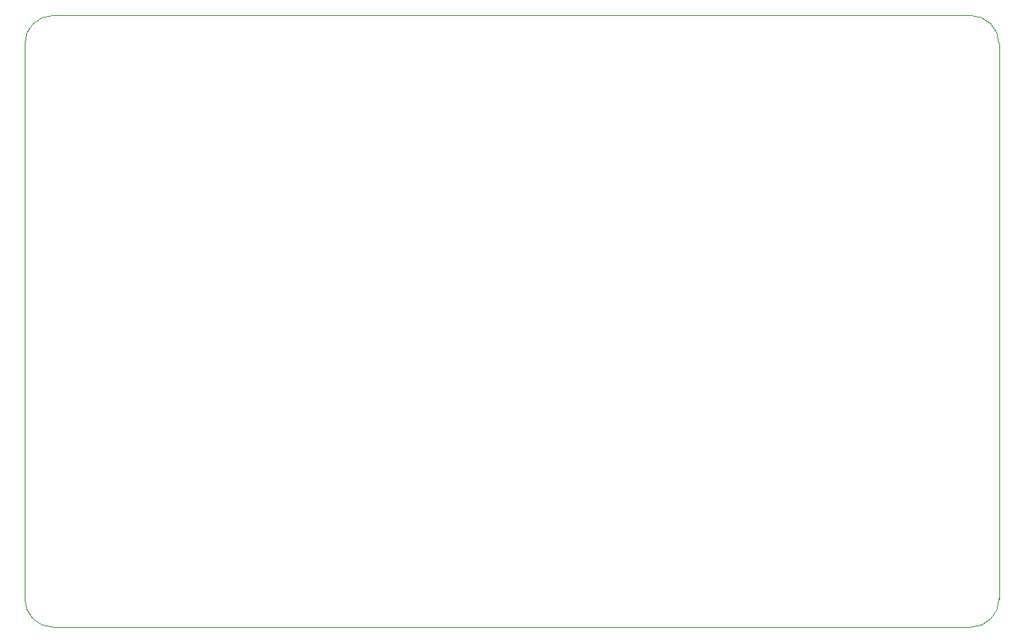
<source format=gbr>
G04 #@! TF.GenerationSoftware,KiCad,Pcbnew,5.1.4+dfsg1-1*
G04 #@! TF.CreationDate,2020-01-17T08:12:17-05:00*
G04 #@! TF.ProjectId,RasPi_NFC_Audio_KiCAD,52617350-695f-44e4-9643-5f417564696f,rev?*
G04 #@! TF.SameCoordinates,Original*
G04 #@! TF.FileFunction,Profile,NP*
%FSLAX46Y46*%
G04 Gerber Fmt 4.6, Leading zero omitted, Abs format (unit mm)*
G04 Created by KiCad (PCBNEW 5.1.4+dfsg1-1) date 2020-01-17 08:12:17*
%MOMM*%
%LPD*%
G04 APERTURE LIST*
%ADD10C,0.100000*%
G04 APERTURE END LIST*
D10*
X161465400Y-48246200D02*
X208965400Y-48246200D01*
X208965400Y-113246200D02*
X161465400Y-113246200D01*
X111465400Y-113246200D02*
X127465400Y-113246200D01*
X111465400Y-48246200D02*
G75*
G03X108465400Y-51246200I0J-3000000D01*
G01*
X211965400Y-51246200D02*
G75*
G03X208965400Y-48246200I-3000000J0D01*
G01*
X208965400Y-113246200D02*
G75*
G03X211965400Y-110246200I0J3000000D01*
G01*
X108465400Y-110246200D02*
G75*
G03X111465400Y-113246200I3000000J0D01*
G01*
X108465400Y-51246200D02*
X108465400Y-110246200D01*
X161465400Y-48246200D02*
X111465400Y-48246200D01*
X211965400Y-110246200D02*
X211965400Y-51246200D01*
X127465400Y-113246200D02*
X161465400Y-113246200D01*
M02*

</source>
